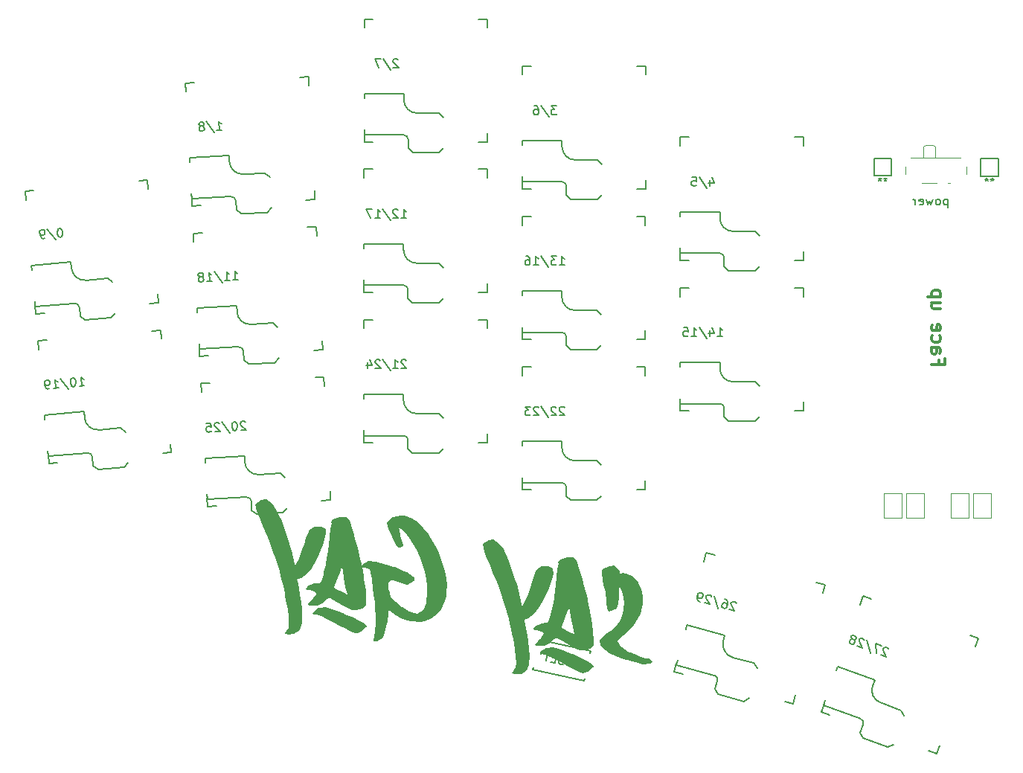
<source format=gbr>
%TF.GenerationSoftware,KiCad,Pcbnew,8.0.3*%
%TF.CreationDate,2024-06-27T17:01:22-04:00*%
%TF.ProjectId,reversiblepurringcat,72657665-7273-4696-926c-657075727269,rev?*%
%TF.SameCoordinates,Original*%
%TF.FileFunction,Legend,Bot*%
%TF.FilePolarity,Positive*%
%FSLAX46Y46*%
G04 Gerber Fmt 4.6, Leading zero omitted, Abs format (unit mm)*
G04 Created by KiCad (PCBNEW 8.0.3) date 2024-06-27 17:01:22*
%MOMM*%
%LPD*%
G01*
G04 APERTURE LIST*
%ADD10C,0.150000*%
%ADD11C,0.300000*%
%ADD12C,0.120000*%
G04 APERTURE END LIST*
D10*
G36*
X204964456Y-93403705D02*
G01*
X204351812Y-93232436D01*
X203461396Y-92968500D01*
X203069214Y-92835152D01*
X202224248Y-92543124D01*
X201428677Y-92160796D01*
X201327644Y-92103968D01*
X200632049Y-91574616D01*
X200397456Y-91277762D01*
X200286602Y-90767154D01*
X200805615Y-90157426D01*
X201202423Y-89927915D01*
X201861788Y-89454800D01*
X202379050Y-88874088D01*
X202567037Y-88568865D01*
X202673721Y-88394228D01*
X202939007Y-87668157D01*
X203032141Y-87222333D01*
X203089675Y-86460460D01*
X203015017Y-85876336D01*
X202822386Y-85145980D01*
X202636913Y-84678738D01*
X202577942Y-84582776D01*
X202551965Y-84578195D01*
X202552936Y-85154991D01*
X202496252Y-85929020D01*
X202408222Y-86558016D01*
X202229012Y-87143963D01*
X201458789Y-87435970D01*
X201334379Y-87432634D01*
X201127160Y-87139405D01*
X201094168Y-86393048D01*
X201088848Y-86343976D01*
X201062323Y-86064007D01*
X200973636Y-85303319D01*
X200894195Y-84840189D01*
X200865019Y-84727160D01*
X200679835Y-83994199D01*
X200634544Y-83856926D01*
X200535117Y-83103915D01*
X200544365Y-82773339D01*
X200625072Y-82594121D01*
X201385298Y-82259334D01*
X201991099Y-82239763D01*
X202090680Y-82257322D01*
X202580334Y-82904504D01*
X202597718Y-83027515D01*
X202685847Y-83110018D01*
X202763267Y-83101348D01*
X202840687Y-83092678D01*
X203349403Y-83119136D01*
X204160650Y-83499169D01*
X204705492Y-84156991D01*
X204740718Y-84216379D01*
X205060193Y-84921323D01*
X205084769Y-85024797D01*
X205103749Y-85069065D01*
X205220051Y-85815588D01*
X205204566Y-86597354D01*
X205151638Y-86974791D01*
X204955306Y-87687218D01*
X204663226Y-88276291D01*
X204226256Y-88967531D01*
X203701962Y-89563611D01*
X203066882Y-90123672D01*
X202997662Y-90177501D01*
X202585132Y-90491658D01*
X202372399Y-90837324D01*
X202816137Y-91510793D01*
X202833968Y-91536258D01*
X203554720Y-91994052D01*
X203738267Y-92078886D01*
X203834030Y-92118093D01*
X204662392Y-92478584D01*
X205002928Y-92603213D01*
X205582085Y-92787178D01*
X205935962Y-92830975D01*
X206054009Y-92870391D01*
X206338012Y-93158558D01*
X206331014Y-93198246D01*
X206065796Y-93385851D01*
X205186210Y-93438088D01*
X204964456Y-93403705D01*
G37*
G36*
X195127632Y-91542721D02*
G01*
X195179587Y-91551883D01*
X195275350Y-91591089D01*
X195445352Y-91639666D01*
X196299131Y-91928422D01*
X197108069Y-92261940D01*
X197244726Y-92321520D01*
X198148495Y-92715249D01*
X198944813Y-93091550D01*
X199387196Y-93361484D01*
X199635043Y-93702798D01*
X199591764Y-93821653D01*
X198962984Y-94336466D01*
X198663431Y-94428036D01*
X198379853Y-94441276D01*
X197922561Y-94275079D01*
X197138027Y-93896620D01*
X196749828Y-93685118D01*
X195933036Y-93247806D01*
X195123079Y-92828048D01*
X194469942Y-92513040D01*
X194207993Y-92403608D01*
X194020160Y-92329567D01*
X193839466Y-92316306D01*
X193658649Y-92329065D01*
X193566703Y-92268211D01*
X193533710Y-92176829D01*
X193581317Y-92058739D01*
X194199476Y-91591112D01*
X195067686Y-91532898D01*
X195127632Y-91542721D01*
G37*
G36*
X197305451Y-81242429D02*
G01*
X197729661Y-81596241D01*
X197904452Y-82199966D01*
X198130026Y-82946873D01*
X198204607Y-83257335D01*
X198352890Y-83707579D01*
X198490235Y-84245179D01*
X198638412Y-84847932D01*
X198840502Y-85577460D01*
X198942914Y-86032552D01*
X199006232Y-86255766D01*
X199138570Y-86996921D01*
X199221456Y-87339081D01*
X199340987Y-87977704D01*
X199366876Y-88261281D01*
X199558331Y-89656618D01*
X199584750Y-90089095D01*
X199617655Y-90459473D01*
X199628202Y-91222781D01*
X199619687Y-91334069D01*
X199196978Y-91705953D01*
X198827833Y-91748748D01*
X198456019Y-91831993D01*
X198091839Y-91871943D01*
X197847722Y-91787977D01*
X197611751Y-91683126D01*
X197169091Y-91433946D01*
X196408441Y-90988664D01*
X196191189Y-90878339D01*
X195512559Y-90524308D01*
X195372987Y-90455055D01*
X195177537Y-90550798D01*
X194581628Y-91103145D01*
X194069553Y-91315232D01*
X193215000Y-91376600D01*
X193141397Y-91363622D01*
X192938525Y-91197645D01*
X193033758Y-91087951D01*
X193603704Y-90519690D01*
X193876083Y-90083226D01*
X193960484Y-89908380D01*
X193706169Y-89755653D01*
X193683373Y-89733033D01*
X193248877Y-89589456D01*
X192968480Y-89584657D01*
X192865082Y-89588746D01*
X192768789Y-89400639D01*
X192862669Y-89274983D01*
X195938201Y-89274983D01*
X196162721Y-89444777D01*
X196962097Y-89819488D01*
X197317623Y-90009273D01*
X197365761Y-90040082D01*
X197417203Y-90026832D01*
X197446998Y-90009765D01*
X197346340Y-89567918D01*
X197151128Y-88785813D01*
X197008774Y-87997072D01*
X196952190Y-87448610D01*
X196859166Y-86963467D01*
X196836475Y-86788339D01*
X196810392Y-86936266D01*
X196682607Y-87382474D01*
X196532662Y-87802454D01*
X196238621Y-88583923D01*
X196202341Y-88663089D01*
X195978811Y-89196580D01*
X195938201Y-89274983D01*
X192862669Y-89274983D01*
X192938243Y-89173828D01*
X193686683Y-88800052D01*
X194264279Y-88767776D01*
X194484558Y-88657811D01*
X194733642Y-87827493D01*
X194792171Y-87495559D01*
X194996386Y-86764633D01*
X195045054Y-86517105D01*
X195267189Y-85105411D01*
X195339290Y-84392693D01*
X195520885Y-82653917D01*
X195662772Y-81975825D01*
X195615147Y-81967427D01*
X195685021Y-81723057D01*
X195817047Y-81556608D01*
X196616538Y-81246098D01*
X197253496Y-81233268D01*
X197305451Y-81242429D01*
G37*
G36*
X190704354Y-94601984D02*
G01*
X190316848Y-94470413D01*
X190331480Y-94387430D01*
X190537745Y-94230351D01*
X190784089Y-93845970D01*
X190801461Y-93317050D01*
X190763686Y-92559215D01*
X190674550Y-91789817D01*
X190553994Y-91042714D01*
X190393999Y-90226708D01*
X190367939Y-90104513D01*
X190330598Y-89885880D01*
X190179895Y-89142507D01*
X189979488Y-88278182D01*
X189757978Y-87442750D01*
X189515617Y-86634785D01*
X189252656Y-85852860D01*
X189113529Y-85471217D01*
X188848235Y-84739238D01*
X188546981Y-83941091D01*
X188254002Y-83200512D01*
X187928468Y-82421182D01*
X187769133Y-82057147D01*
X187450307Y-81320134D01*
X187166668Y-80574922D01*
X187009860Y-79837615D01*
X187013455Y-79810849D01*
X187020453Y-79771161D01*
X187684535Y-79288499D01*
X188165777Y-79225361D01*
X188217732Y-79234522D01*
X188923471Y-79713308D01*
X189366949Y-80377458D01*
X189635996Y-80913142D01*
X189984338Y-81714236D01*
X190268820Y-82442880D01*
X190534349Y-83195651D01*
X190780931Y-83970916D01*
X190880811Y-84309653D01*
X191088974Y-85054046D01*
X191295096Y-85855886D01*
X191449114Y-86598055D01*
X191482198Y-86848678D01*
X191871674Y-86187808D01*
X192174897Y-85502331D01*
X192432179Y-84733824D01*
X192531495Y-84366343D01*
X192762345Y-83624550D01*
X193040439Y-82913574D01*
X193166035Y-82666512D01*
X193740279Y-82321347D01*
X194507233Y-82326376D01*
X194997519Y-82583954D01*
X195056931Y-83107812D01*
X194874757Y-83841130D01*
X194662249Y-84485361D01*
X194522483Y-84847614D01*
X194156674Y-85648521D01*
X193802142Y-86343344D01*
X193374451Y-87062157D01*
X192883267Y-87704249D01*
X192189809Y-88213941D01*
X191897642Y-88264910D01*
X191750454Y-88365443D01*
X191761799Y-88453007D01*
X191939961Y-89326297D01*
X192084488Y-90133407D01*
X192195728Y-90874137D01*
X192288502Y-91706398D01*
X192332858Y-92567240D01*
X192293756Y-93380607D01*
X192264859Y-93575087D01*
X192059672Y-94156453D01*
X191400374Y-94553583D01*
X190704354Y-94601984D01*
G37*
G36*
X174647725Y-90874208D02*
G01*
X174573610Y-90838819D01*
X174599057Y-90694499D01*
X174657586Y-90362565D01*
X174743831Y-89633857D01*
X174797103Y-88866307D01*
X174809387Y-88640856D01*
X174814078Y-87885019D01*
X174773754Y-87094029D01*
X174708674Y-86334360D01*
X174614812Y-85483650D01*
X174518894Y-84737744D01*
X174404373Y-83933932D01*
X174372826Y-83723950D01*
X174331775Y-83374457D01*
X174175433Y-82666100D01*
X173625559Y-82442657D01*
X173367445Y-82438067D01*
X173241870Y-82289439D01*
X173319272Y-82154280D01*
X174009336Y-81737163D01*
X174080819Y-81734258D01*
X174862936Y-81805203D01*
X175430623Y-81927623D01*
X176042119Y-82080088D01*
X176894170Y-82348937D01*
X177060101Y-82408392D01*
X177903850Y-82760469D01*
X178392003Y-82981777D01*
X179103867Y-83468196D01*
X179203737Y-83593648D01*
X179259421Y-83860157D01*
X179182531Y-84017727D01*
X178457694Y-84401295D01*
X178397675Y-84392718D01*
X177623811Y-84148380D01*
X176797992Y-83894881D01*
X176569037Y-83876831D01*
X176241562Y-84139022D01*
X176306395Y-84878639D01*
X176343174Y-85031177D01*
X176517346Y-85764999D01*
X177086757Y-86381529D01*
X177787972Y-86922290D01*
X177890724Y-86989284D01*
X178682102Y-87421850D01*
X179557542Y-87688687D01*
X180282552Y-87306923D01*
X180570148Y-86537119D01*
X180627232Y-86255312D01*
X180714193Y-85425681D01*
X180692339Y-84540275D01*
X180590969Y-83760036D01*
X180413968Y-82941429D01*
X180161308Y-82084618D01*
X179832959Y-81189768D01*
X179488325Y-80453093D01*
X179092855Y-79728021D01*
X178644490Y-79051266D01*
X178417011Y-78763804D01*
X177853006Y-78140707D01*
X177501967Y-77877026D01*
X177442378Y-77911161D01*
X177602419Y-78680623D01*
X177639241Y-78820111D01*
X177850756Y-79560517D01*
X177947030Y-79834184D01*
X177980535Y-79947976D01*
X177822532Y-80109844D01*
X177557297Y-80170961D01*
X177427922Y-80170469D01*
X177225562Y-80026903D01*
X176903301Y-79298638D01*
X176603340Y-78745338D01*
X176262898Y-78038825D01*
X176133272Y-77360397D01*
X176633073Y-76780016D01*
X176813670Y-76691695D01*
X177675574Y-76524195D01*
X178118606Y-76557215D01*
X178955581Y-76867233D01*
X179619769Y-77335292D01*
X180276016Y-77986768D01*
X180807683Y-78641131D01*
X181297034Y-79373981D01*
X181680911Y-80064451D01*
X181917767Y-80556653D01*
X182232496Y-81309120D01*
X182492434Y-82055898D01*
X182695652Y-82795912D01*
X182858480Y-83649277D01*
X182938416Y-84490263D01*
X182905827Y-85254577D01*
X182844614Y-85731137D01*
X182653017Y-86472674D01*
X182320803Y-87161365D01*
X181857133Y-87710990D01*
X181188018Y-88240761D01*
X180442918Y-88594158D01*
X179872965Y-88659464D01*
X178974206Y-88581476D01*
X178814904Y-88558463D01*
X177912923Y-88294673D01*
X177128040Y-87881767D01*
X176455151Y-87372980D01*
X176310374Y-87242609D01*
X176241560Y-87784779D01*
X176148805Y-88525986D01*
X176055706Y-89117307D01*
X175887658Y-89849740D01*
X175700485Y-90397650D01*
X175027945Y-90857436D01*
X174798748Y-90878517D01*
X174647725Y-90874208D01*
G37*
G36*
X169271377Y-86983566D02*
G01*
X169323332Y-86992727D01*
X169419095Y-87031934D01*
X169589098Y-87080511D01*
X170442877Y-87369267D01*
X171251814Y-87702785D01*
X171388471Y-87762364D01*
X172292240Y-88156093D01*
X173088558Y-88532394D01*
X173530942Y-88802328D01*
X173778788Y-89143643D01*
X173735510Y-89262497D01*
X173106729Y-89777311D01*
X172807177Y-89868880D01*
X172523598Y-89882121D01*
X172066306Y-89715924D01*
X171281773Y-89337465D01*
X170893573Y-89125963D01*
X170076781Y-88688651D01*
X169266824Y-88268893D01*
X168613687Y-87953884D01*
X168351738Y-87844453D01*
X168163905Y-87770411D01*
X167983212Y-87757151D01*
X167802394Y-87769910D01*
X167710448Y-87709055D01*
X167677455Y-87617674D01*
X167725063Y-87499583D01*
X168343221Y-87031956D01*
X169211431Y-86973743D01*
X169271377Y-86983566D01*
G37*
G36*
X171449196Y-76683274D02*
G01*
X171873407Y-77037086D01*
X172048198Y-77640811D01*
X172273772Y-78387718D01*
X172348352Y-78698179D01*
X172496636Y-79148424D01*
X172633980Y-79686024D01*
X172782158Y-80288776D01*
X172984247Y-81018304D01*
X173086659Y-81473397D01*
X173149977Y-81696611D01*
X173282315Y-82437766D01*
X173365201Y-82779926D01*
X173484732Y-83418549D01*
X173510621Y-83702126D01*
X173702077Y-85097463D01*
X173728496Y-85529940D01*
X173761400Y-85900318D01*
X173771947Y-86663626D01*
X173763432Y-86774914D01*
X173340724Y-87146798D01*
X172971578Y-87189592D01*
X172599764Y-87272838D01*
X172235585Y-87312788D01*
X171991467Y-87228821D01*
X171755496Y-87123971D01*
X171312836Y-86874790D01*
X170552187Y-86429509D01*
X170334935Y-86319183D01*
X169656304Y-85965152D01*
X169516732Y-85895900D01*
X169321283Y-85991643D01*
X168725373Y-86543990D01*
X168213298Y-86756077D01*
X167358745Y-86817445D01*
X167285142Y-86804467D01*
X167082271Y-86638489D01*
X167177504Y-86528796D01*
X167747450Y-85960535D01*
X168019829Y-85524071D01*
X168104229Y-85349225D01*
X167849915Y-85196498D01*
X167827118Y-85173877D01*
X167392623Y-85030301D01*
X167112225Y-85025501D01*
X167008827Y-85029591D01*
X166912534Y-84841484D01*
X167006414Y-84715828D01*
X170081946Y-84715828D01*
X170306466Y-84885622D01*
X171105843Y-85260333D01*
X171461368Y-85450118D01*
X171509506Y-85480927D01*
X171560949Y-85467677D01*
X171590743Y-85450609D01*
X171490085Y-85008762D01*
X171294873Y-84226657D01*
X171152519Y-83437916D01*
X171095935Y-82889455D01*
X171002911Y-82404312D01*
X170980221Y-82229184D01*
X170954137Y-82377111D01*
X170826352Y-82823319D01*
X170676407Y-83243299D01*
X170382367Y-84024768D01*
X170346086Y-84103934D01*
X170122556Y-84637424D01*
X170081946Y-84715828D01*
X167006414Y-84715828D01*
X167081989Y-84614672D01*
X167830429Y-84240897D01*
X168408025Y-84208621D01*
X168628303Y-84098655D01*
X168877387Y-83268338D01*
X168935916Y-82936403D01*
X169140131Y-82205478D01*
X169188799Y-81957950D01*
X169410934Y-80546255D01*
X169483035Y-79833537D01*
X169664631Y-78094761D01*
X169806518Y-77416670D01*
X169758892Y-77408272D01*
X169828766Y-77163902D01*
X169960792Y-76997453D01*
X170760283Y-76686943D01*
X171397241Y-76674113D01*
X171449196Y-76683274D01*
G37*
G36*
X164848099Y-90042828D02*
G01*
X164460593Y-89911258D01*
X164475225Y-89828274D01*
X164681490Y-89671196D01*
X164927835Y-89286815D01*
X164945206Y-88757895D01*
X164907431Y-88000060D01*
X164818295Y-87230661D01*
X164697739Y-86483559D01*
X164537744Y-85667552D01*
X164511684Y-85545358D01*
X164474344Y-85326725D01*
X164323640Y-84583352D01*
X164123233Y-83719026D01*
X163901723Y-82883595D01*
X163659362Y-82075630D01*
X163396401Y-81293705D01*
X163257274Y-80912062D01*
X162991980Y-80180082D01*
X162690726Y-79381936D01*
X162397747Y-78641357D01*
X162072213Y-77862027D01*
X161912879Y-77497992D01*
X161594052Y-76760978D01*
X161310414Y-76015766D01*
X161153605Y-75278460D01*
X161157200Y-75251694D01*
X161164198Y-75212006D01*
X161828280Y-74729344D01*
X162309523Y-74666206D01*
X162361478Y-74675367D01*
X163067217Y-75154153D01*
X163510694Y-75818302D01*
X163779741Y-76353986D01*
X164128083Y-77155081D01*
X164412566Y-77883724D01*
X164678094Y-78636495D01*
X164924676Y-79411760D01*
X165024556Y-79750498D01*
X165232720Y-80494890D01*
X165438841Y-81296731D01*
X165592859Y-82038900D01*
X165625943Y-82289523D01*
X166015419Y-81628653D01*
X166318643Y-80943175D01*
X166575924Y-80174669D01*
X166675240Y-79807188D01*
X166906090Y-79065395D01*
X167184184Y-78354419D01*
X167309780Y-78107356D01*
X167884024Y-77762192D01*
X168650979Y-77767221D01*
X169141264Y-78024799D01*
X169200676Y-78548657D01*
X169018502Y-79281975D01*
X168805994Y-79926206D01*
X168666228Y-80288458D01*
X168300420Y-81089366D01*
X167945888Y-81784188D01*
X167518197Y-82503001D01*
X167027013Y-83145094D01*
X166333555Y-83654786D01*
X166041388Y-83705755D01*
X165894199Y-83806287D01*
X165905545Y-83893852D01*
X166083706Y-84767141D01*
X166228233Y-85574251D01*
X166339473Y-86314981D01*
X166432247Y-87147242D01*
X166476604Y-88008084D01*
X166437502Y-88821451D01*
X166408604Y-89015931D01*
X166203417Y-89597298D01*
X165544119Y-89994428D01*
X164848099Y-90042828D01*
G37*
D11*
X238907385Y-58843571D02*
X238907385Y-59343571D01*
X238121671Y-59343571D02*
X239621671Y-59343571D01*
X239621671Y-59343571D02*
X239621671Y-58629285D01*
X238121671Y-57415000D02*
X238907385Y-57415000D01*
X238907385Y-57415000D02*
X239050242Y-57486428D01*
X239050242Y-57486428D02*
X239121671Y-57629285D01*
X239121671Y-57629285D02*
X239121671Y-57915000D01*
X239121671Y-57915000D02*
X239050242Y-58057857D01*
X238193100Y-57415000D02*
X238121671Y-57557857D01*
X238121671Y-57557857D02*
X238121671Y-57915000D01*
X238121671Y-57915000D02*
X238193100Y-58057857D01*
X238193100Y-58057857D02*
X238335957Y-58129285D01*
X238335957Y-58129285D02*
X238478814Y-58129285D01*
X238478814Y-58129285D02*
X238621671Y-58057857D01*
X238621671Y-58057857D02*
X238693100Y-57915000D01*
X238693100Y-57915000D02*
X238693100Y-57557857D01*
X238693100Y-57557857D02*
X238764528Y-57415000D01*
X238193100Y-56057857D02*
X238121671Y-56200714D01*
X238121671Y-56200714D02*
X238121671Y-56486428D01*
X238121671Y-56486428D02*
X238193100Y-56629285D01*
X238193100Y-56629285D02*
X238264528Y-56700714D01*
X238264528Y-56700714D02*
X238407385Y-56772142D01*
X238407385Y-56772142D02*
X238835957Y-56772142D01*
X238835957Y-56772142D02*
X238978814Y-56700714D01*
X238978814Y-56700714D02*
X239050242Y-56629285D01*
X239050242Y-56629285D02*
X239121671Y-56486428D01*
X239121671Y-56486428D02*
X239121671Y-56200714D01*
X239121671Y-56200714D02*
X239050242Y-56057857D01*
X238193100Y-54843571D02*
X238121671Y-54986428D01*
X238121671Y-54986428D02*
X238121671Y-55272143D01*
X238121671Y-55272143D02*
X238193100Y-55415000D01*
X238193100Y-55415000D02*
X238335957Y-55486428D01*
X238335957Y-55486428D02*
X238907385Y-55486428D01*
X238907385Y-55486428D02*
X239050242Y-55415000D01*
X239050242Y-55415000D02*
X239121671Y-55272143D01*
X239121671Y-55272143D02*
X239121671Y-54986428D01*
X239121671Y-54986428D02*
X239050242Y-54843571D01*
X239050242Y-54843571D02*
X238907385Y-54772143D01*
X238907385Y-54772143D02*
X238764528Y-54772143D01*
X238764528Y-54772143D02*
X238621671Y-55486428D01*
X239121671Y-52343572D02*
X238121671Y-52343572D01*
X239121671Y-52986429D02*
X238335957Y-52986429D01*
X238335957Y-52986429D02*
X238193100Y-52915000D01*
X238193100Y-52915000D02*
X238121671Y-52772143D01*
X238121671Y-52772143D02*
X238121671Y-52557857D01*
X238121671Y-52557857D02*
X238193100Y-52415000D01*
X238193100Y-52415000D02*
X238264528Y-52343572D01*
X239121671Y-51629286D02*
X237621671Y-51629286D01*
X239050242Y-51629286D02*
X239121671Y-51486429D01*
X239121671Y-51486429D02*
X239121671Y-51200714D01*
X239121671Y-51200714D02*
X239050242Y-51057857D01*
X239050242Y-51057857D02*
X238978814Y-50986429D01*
X238978814Y-50986429D02*
X238835957Y-50915000D01*
X238835957Y-50915000D02*
X238407385Y-50915000D01*
X238407385Y-50915000D02*
X238264528Y-50986429D01*
X238264528Y-50986429D02*
X238193100Y-51057857D01*
X238193100Y-51057857D02*
X238121671Y-51200714D01*
X238121671Y-51200714D02*
X238121671Y-51486429D01*
X238121671Y-51486429D02*
X238193100Y-51629286D01*
D10*
X197450305Y-93773252D02*
X197875360Y-93376771D01*
X198009247Y-93892058D02*
X198217159Y-92913911D01*
X198217159Y-92913911D02*
X197844531Y-92834706D01*
X197844531Y-92834706D02*
X197741474Y-92861484D01*
X197741474Y-92861484D02*
X197684995Y-92898162D01*
X197684995Y-92898162D02*
X197618615Y-92981418D01*
X197618615Y-92981418D02*
X197588913Y-93121153D01*
X197588913Y-93121153D02*
X197615691Y-93224211D01*
X197615691Y-93224211D02*
X197652369Y-93280690D01*
X197652369Y-93280690D02*
X197735625Y-93347069D01*
X197735625Y-93347069D02*
X198108253Y-93426274D01*
X197140005Y-93171784D02*
X196813956Y-93102480D01*
X196565315Y-93585141D02*
X197031099Y-93684147D01*
X197031099Y-93684147D02*
X197239011Y-92705999D01*
X197239011Y-92705999D02*
X196773226Y-92606994D01*
X196202588Y-93459358D02*
X196052952Y-93476235D01*
X196052952Y-93476235D02*
X195820059Y-93426732D01*
X195820059Y-93426732D02*
X195736803Y-93360353D01*
X195736803Y-93360353D02*
X195700125Y-93303874D01*
X195700125Y-93303874D02*
X195673348Y-93200816D01*
X195673348Y-93200816D02*
X195693149Y-93107659D01*
X195693149Y-93107659D02*
X195759528Y-93024403D01*
X195759528Y-93024403D02*
X195816007Y-92987725D01*
X195816007Y-92987725D02*
X195919065Y-92960948D01*
X195919065Y-92960948D02*
X196115279Y-92953971D01*
X196115279Y-92953971D02*
X196218337Y-92927194D01*
X196218337Y-92927194D02*
X196274816Y-92890516D01*
X196274816Y-92890516D02*
X196341195Y-92807260D01*
X196341195Y-92807260D02*
X196360997Y-92714103D01*
X196360997Y-92714103D02*
X196334219Y-92611045D01*
X196334219Y-92611045D02*
X196297541Y-92554566D01*
X196297541Y-92554566D02*
X196214285Y-92488187D01*
X196214285Y-92488187D02*
X195981393Y-92438684D01*
X195981393Y-92438684D02*
X195831757Y-92455561D01*
X195323446Y-92785662D02*
X194997396Y-92716358D01*
X194748755Y-93199019D02*
X195214539Y-93298025D01*
X195214539Y-93298025D02*
X195422451Y-92319877D01*
X195422451Y-92319877D02*
X194956667Y-92220872D01*
X194677196Y-92161468D02*
X194118254Y-92042662D01*
X194189813Y-93080213D02*
X194397725Y-92102065D01*
X159998913Y-65888179D02*
X159948867Y-65843118D01*
X159948867Y-65843118D02*
X159851267Y-65800548D01*
X159851267Y-65800548D02*
X159613498Y-65813009D01*
X159613498Y-65813009D02*
X159520883Y-65865548D01*
X159520883Y-65865548D02*
X159475821Y-65915594D01*
X159475821Y-65915594D02*
X159433252Y-66013193D01*
X159433252Y-66013193D02*
X159438236Y-66108301D01*
X159438236Y-66108301D02*
X159493267Y-66248470D01*
X159493267Y-66248470D02*
X160093818Y-66789209D01*
X160093818Y-66789209D02*
X159475619Y-66821608D01*
X158805084Y-65855377D02*
X158709976Y-65860361D01*
X158709976Y-65860361D02*
X158617361Y-65912899D01*
X158617361Y-65912899D02*
X158572299Y-65962945D01*
X158572299Y-65962945D02*
X158529730Y-66060545D01*
X158529730Y-66060545D02*
X158492145Y-66253252D01*
X158492145Y-66253252D02*
X158504606Y-66491021D01*
X158504606Y-66491021D02*
X158562128Y-66678744D01*
X158562128Y-66678744D02*
X158614666Y-66771359D01*
X158614666Y-66771359D02*
X158664712Y-66816421D01*
X158664712Y-66816421D02*
X158762312Y-66858990D01*
X158762312Y-66858990D02*
X158857420Y-66854006D01*
X158857420Y-66854006D02*
X158950035Y-66801468D01*
X158950035Y-66801468D02*
X158995097Y-66751422D01*
X158995097Y-66751422D02*
X159037666Y-66653822D01*
X159037666Y-66653822D02*
X159075251Y-66461115D01*
X159075251Y-66461115D02*
X159062790Y-66223346D01*
X159062790Y-66223346D02*
X159005268Y-66035623D01*
X159005268Y-66035623D02*
X158952730Y-65943008D01*
X158952730Y-65943008D02*
X158902684Y-65897946D01*
X158902684Y-65897946D02*
X158805084Y-65855377D01*
X157328424Y-65885081D02*
X158251681Y-67124174D01*
X157050578Y-66042695D02*
X157000532Y-65997634D01*
X157000532Y-65997634D02*
X156902932Y-65955064D01*
X156902932Y-65955064D02*
X156665163Y-65967525D01*
X156665163Y-65967525D02*
X156572548Y-66020063D01*
X156572548Y-66020063D02*
X156527486Y-66070109D01*
X156527486Y-66070109D02*
X156484917Y-66167709D01*
X156484917Y-66167709D02*
X156489901Y-66262817D01*
X156489901Y-66262817D02*
X156544932Y-66402986D01*
X156544932Y-66402986D02*
X157145483Y-66943725D01*
X157145483Y-66943725D02*
X156527284Y-66976123D01*
X155571426Y-66024845D02*
X156046964Y-65999924D01*
X156046964Y-65999924D02*
X156119440Y-66472969D01*
X156119440Y-66472969D02*
X156069394Y-66427908D01*
X156069394Y-66427908D02*
X155971794Y-66385338D01*
X155971794Y-66385338D02*
X155734025Y-66397799D01*
X155734025Y-66397799D02*
X155641410Y-66450337D01*
X155641410Y-66450337D02*
X155596348Y-66500383D01*
X155596348Y-66500383D02*
X155553779Y-66597983D01*
X155553779Y-66597983D02*
X155566240Y-66835752D01*
X155566240Y-66835752D02*
X155618778Y-66928367D01*
X155618778Y-66928367D02*
X155668824Y-66973429D01*
X155668824Y-66973429D02*
X155766424Y-67015998D01*
X155766424Y-67015998D02*
X156004192Y-67003537D01*
X156004192Y-67003537D02*
X156096808Y-66950999D01*
X156096808Y-66950999D02*
X156141869Y-66900953D01*
X215864398Y-86508744D02*
X215830726Y-86450422D01*
X215830726Y-86450422D02*
X215751058Y-86379777D01*
X215751058Y-86379777D02*
X215521076Y-86318153D01*
X215521076Y-86318153D02*
X215416758Y-86339500D01*
X215416758Y-86339500D02*
X215358437Y-86373172D01*
X215358437Y-86373172D02*
X215287791Y-86452840D01*
X215287791Y-86452840D02*
X215263141Y-86544833D01*
X215263141Y-86544833D02*
X215272164Y-86695147D01*
X215272164Y-86695147D02*
X215676225Y-87395001D01*
X215676225Y-87395001D02*
X215078271Y-87234780D01*
X214509153Y-86047009D02*
X214693139Y-86096308D01*
X214693139Y-86096308D02*
X214772807Y-86166954D01*
X214772807Y-86166954D02*
X214806479Y-86225275D01*
X214806479Y-86225275D02*
X214861498Y-86387914D01*
X214861498Y-86387914D02*
X214858195Y-86584225D01*
X214858195Y-86584225D02*
X214759598Y-86952196D01*
X214759598Y-86952196D02*
X214688952Y-87031865D01*
X214688952Y-87031865D02*
X214630631Y-87065536D01*
X214630631Y-87065536D02*
X214526313Y-87086883D01*
X214526313Y-87086883D02*
X214342327Y-87037584D01*
X214342327Y-87037584D02*
X214262659Y-86966939D01*
X214262659Y-86966939D02*
X214228987Y-86908617D01*
X214228987Y-86908617D02*
X214207640Y-86804300D01*
X214207640Y-86804300D02*
X214269264Y-86574317D01*
X214269264Y-86574317D02*
X214339910Y-86494649D01*
X214339910Y-86494649D02*
X214398231Y-86460977D01*
X214398231Y-86460977D02*
X214502548Y-86439630D01*
X214502548Y-86439630D02*
X214686534Y-86488929D01*
X214686534Y-86488929D02*
X214766203Y-86559575D01*
X214766203Y-86559575D02*
X214799874Y-86617896D01*
X214799874Y-86617896D02*
X214821221Y-86722214D01*
X213325570Y-85680570D02*
X213820739Y-87144320D01*
X213012617Y-85744611D02*
X212978945Y-85686290D01*
X212978945Y-85686290D02*
X212899277Y-85615644D01*
X212899277Y-85615644D02*
X212669294Y-85554021D01*
X212669294Y-85554021D02*
X212564977Y-85575368D01*
X212564977Y-85575368D02*
X212506656Y-85609039D01*
X212506656Y-85609039D02*
X212436010Y-85688708D01*
X212436010Y-85688708D02*
X212411360Y-85780700D01*
X212411360Y-85780700D02*
X212420383Y-85931015D01*
X212420383Y-85931015D02*
X212824444Y-86630869D01*
X212824444Y-86630869D02*
X212226490Y-86470647D01*
X211766525Y-86347400D02*
X211582539Y-86298101D01*
X211582539Y-86298101D02*
X211502871Y-86227456D01*
X211502871Y-86227456D02*
X211469199Y-86169134D01*
X211469199Y-86169134D02*
X211414180Y-86006496D01*
X211414180Y-86006496D02*
X211417483Y-85810185D01*
X211417483Y-85810185D02*
X211516080Y-85442213D01*
X211516080Y-85442213D02*
X211586726Y-85362545D01*
X211586726Y-85362545D02*
X211645047Y-85328873D01*
X211645047Y-85328873D02*
X211749365Y-85307526D01*
X211749365Y-85307526D02*
X211933351Y-85356825D01*
X211933351Y-85356825D02*
X212013019Y-85427471D01*
X212013019Y-85427471D02*
X212046691Y-85485792D01*
X212046691Y-85485792D02*
X212068038Y-85590110D01*
X212068038Y-85590110D02*
X212006414Y-85820092D01*
X212006414Y-85820092D02*
X211935768Y-85899760D01*
X211935768Y-85899760D02*
X211877447Y-85933432D01*
X211877447Y-85933432D02*
X211773130Y-85954779D01*
X211773130Y-85954779D02*
X211589144Y-85905480D01*
X211589144Y-85905480D02*
X211509476Y-85834834D01*
X211509476Y-85834834D02*
X211475804Y-85776513D01*
X211475804Y-85776513D02*
X211454457Y-85672196D01*
X178298895Y-58881890D02*
X178251276Y-58834271D01*
X178251276Y-58834271D02*
X178156038Y-58786652D01*
X178156038Y-58786652D02*
X177917943Y-58786652D01*
X177917943Y-58786652D02*
X177822705Y-58834271D01*
X177822705Y-58834271D02*
X177775086Y-58881890D01*
X177775086Y-58881890D02*
X177727467Y-58977128D01*
X177727467Y-58977128D02*
X177727467Y-59072366D01*
X177727467Y-59072366D02*
X177775086Y-59215223D01*
X177775086Y-59215223D02*
X178346514Y-59786652D01*
X178346514Y-59786652D02*
X177727467Y-59786652D01*
X176775086Y-59786652D02*
X177346514Y-59786652D01*
X177060800Y-59786652D02*
X177060800Y-58786652D01*
X177060800Y-58786652D02*
X177156038Y-58929509D01*
X177156038Y-58929509D02*
X177251276Y-59024747D01*
X177251276Y-59024747D02*
X177346514Y-59072366D01*
X175632229Y-58739033D02*
X176489371Y-60024747D01*
X175346514Y-58881890D02*
X175298895Y-58834271D01*
X175298895Y-58834271D02*
X175203657Y-58786652D01*
X175203657Y-58786652D02*
X174965562Y-58786652D01*
X174965562Y-58786652D02*
X174870324Y-58834271D01*
X174870324Y-58834271D02*
X174822705Y-58881890D01*
X174822705Y-58881890D02*
X174775086Y-58977128D01*
X174775086Y-58977128D02*
X174775086Y-59072366D01*
X174775086Y-59072366D02*
X174822705Y-59215223D01*
X174822705Y-59215223D02*
X175394133Y-59786652D01*
X175394133Y-59786652D02*
X174775086Y-59786652D01*
X173917943Y-59119985D02*
X173917943Y-59786652D01*
X174156038Y-58739033D02*
X174394133Y-59453318D01*
X174394133Y-59453318D02*
X173775086Y-59453318D01*
X196307495Y-64241290D02*
X196259876Y-64193671D01*
X196259876Y-64193671D02*
X196164638Y-64146052D01*
X196164638Y-64146052D02*
X195926543Y-64146052D01*
X195926543Y-64146052D02*
X195831305Y-64193671D01*
X195831305Y-64193671D02*
X195783686Y-64241290D01*
X195783686Y-64241290D02*
X195736067Y-64336528D01*
X195736067Y-64336528D02*
X195736067Y-64431766D01*
X195736067Y-64431766D02*
X195783686Y-64574623D01*
X195783686Y-64574623D02*
X196355114Y-65146052D01*
X196355114Y-65146052D02*
X195736067Y-65146052D01*
X195355114Y-64241290D02*
X195307495Y-64193671D01*
X195307495Y-64193671D02*
X195212257Y-64146052D01*
X195212257Y-64146052D02*
X194974162Y-64146052D01*
X194974162Y-64146052D02*
X194878924Y-64193671D01*
X194878924Y-64193671D02*
X194831305Y-64241290D01*
X194831305Y-64241290D02*
X194783686Y-64336528D01*
X194783686Y-64336528D02*
X194783686Y-64431766D01*
X194783686Y-64431766D02*
X194831305Y-64574623D01*
X194831305Y-64574623D02*
X195402733Y-65146052D01*
X195402733Y-65146052D02*
X194783686Y-65146052D01*
X193640829Y-64098433D02*
X194497971Y-65384147D01*
X193355114Y-64241290D02*
X193307495Y-64193671D01*
X193307495Y-64193671D02*
X193212257Y-64146052D01*
X193212257Y-64146052D02*
X192974162Y-64146052D01*
X192974162Y-64146052D02*
X192878924Y-64193671D01*
X192878924Y-64193671D02*
X192831305Y-64241290D01*
X192831305Y-64241290D02*
X192783686Y-64336528D01*
X192783686Y-64336528D02*
X192783686Y-64431766D01*
X192783686Y-64431766D02*
X192831305Y-64574623D01*
X192831305Y-64574623D02*
X193402733Y-65146052D01*
X193402733Y-65146052D02*
X192783686Y-65146052D01*
X192450352Y-64146052D02*
X191831305Y-64146052D01*
X191831305Y-64146052D02*
X192164638Y-64527004D01*
X192164638Y-64527004D02*
X192021781Y-64527004D01*
X192021781Y-64527004D02*
X191926543Y-64574623D01*
X191926543Y-64574623D02*
X191878924Y-64622242D01*
X191878924Y-64622242D02*
X191831305Y-64717480D01*
X191831305Y-64717480D02*
X191831305Y-64955575D01*
X191831305Y-64955575D02*
X191878924Y-65050813D01*
X191878924Y-65050813D02*
X191926543Y-65098433D01*
X191926543Y-65098433D02*
X192021781Y-65146052D01*
X192021781Y-65146052D02*
X192307495Y-65146052D01*
X192307495Y-65146052D02*
X192402733Y-65098433D01*
X192402733Y-65098433D02*
X192450352Y-65050813D01*
X156757967Y-32677845D02*
X157328613Y-32647939D01*
X157043290Y-32662892D02*
X156990954Y-31664263D01*
X156990954Y-31664263D02*
X157093538Y-31801940D01*
X157093538Y-31801940D02*
X157193630Y-31892063D01*
X157193630Y-31892063D02*
X157291230Y-31934632D01*
X155561848Y-31691475D02*
X156485105Y-32930568D01*
X155111232Y-32191934D02*
X155203848Y-32139396D01*
X155203848Y-32139396D02*
X155248909Y-32089350D01*
X155248909Y-32089350D02*
X155291479Y-31991750D01*
X155291479Y-31991750D02*
X155288986Y-31944197D01*
X155288986Y-31944197D02*
X155236448Y-31851581D01*
X155236448Y-31851581D02*
X155186402Y-31806520D01*
X155186402Y-31806520D02*
X155088802Y-31763950D01*
X155088802Y-31763950D02*
X154898587Y-31773919D01*
X154898587Y-31773919D02*
X154805972Y-31826457D01*
X154805972Y-31826457D02*
X154760910Y-31876503D01*
X154760910Y-31876503D02*
X154718341Y-31974103D01*
X154718341Y-31974103D02*
X154720833Y-32021657D01*
X154720833Y-32021657D02*
X154773371Y-32114272D01*
X154773371Y-32114272D02*
X154823417Y-32159334D01*
X154823417Y-32159334D02*
X154921017Y-32201903D01*
X154921017Y-32201903D02*
X155111232Y-32191934D01*
X155111232Y-32191934D02*
X155208832Y-32234504D01*
X155208832Y-32234504D02*
X155258878Y-32279565D01*
X155258878Y-32279565D02*
X155311416Y-32372181D01*
X155311416Y-32372181D02*
X155321385Y-32562396D01*
X155321385Y-32562396D02*
X155278815Y-32659996D01*
X155278815Y-32659996D02*
X155233754Y-32710042D01*
X155233754Y-32710042D02*
X155141138Y-32762580D01*
X155141138Y-32762580D02*
X154950923Y-32772549D01*
X154950923Y-32772549D02*
X154853324Y-32729979D01*
X154853324Y-32729979D02*
X154803278Y-32684918D01*
X154803278Y-32684918D02*
X154750739Y-32592302D01*
X154750739Y-32592302D02*
X154740771Y-32402087D01*
X154740771Y-32402087D02*
X154783340Y-32304487D01*
X154783340Y-32304487D02*
X154828402Y-32254441D01*
X154828402Y-32254441D02*
X154921017Y-32201903D01*
X138912141Y-43826091D02*
X138817265Y-43834392D01*
X138817265Y-43834392D02*
X138726540Y-43890130D01*
X138726540Y-43890130D02*
X138683252Y-43941718D01*
X138683252Y-43941718D02*
X138644115Y-44040744D01*
X138644115Y-44040744D02*
X138613278Y-44234646D01*
X138613278Y-44234646D02*
X138634030Y-44471835D01*
X138634030Y-44471835D02*
X138698069Y-44657436D01*
X138698069Y-44657436D02*
X138753807Y-44748162D01*
X138753807Y-44748162D02*
X138805395Y-44791449D01*
X138805395Y-44791449D02*
X138904421Y-44830586D01*
X138904421Y-44830586D02*
X138999297Y-44822286D01*
X138999297Y-44822286D02*
X139090022Y-44766547D01*
X139090022Y-44766547D02*
X139133310Y-44714959D01*
X139133310Y-44714959D02*
X139172447Y-44615933D01*
X139172447Y-44615933D02*
X139203284Y-44422032D01*
X139203284Y-44422032D02*
X139182532Y-44184843D01*
X139182532Y-44184843D02*
X139118493Y-43999241D01*
X139118493Y-43999241D02*
X139062755Y-43908516D01*
X139062755Y-43908516D02*
X139011167Y-43865228D01*
X139011167Y-43865228D02*
X138912141Y-43826091D01*
X137437417Y-43907312D02*
X138403356Y-45113429D01*
X137149221Y-44984147D02*
X136959469Y-45000748D01*
X136959469Y-45000748D02*
X136860443Y-44961610D01*
X136860443Y-44961610D02*
X136808855Y-44918323D01*
X136808855Y-44918323D02*
X136701529Y-44784310D01*
X136701529Y-44784310D02*
X136637490Y-44598709D01*
X136637490Y-44598709D02*
X136604288Y-44219206D01*
X136604288Y-44219206D02*
X136643425Y-44120180D01*
X136643425Y-44120180D02*
X136686713Y-44068592D01*
X136686713Y-44068592D02*
X136777438Y-44012853D01*
X136777438Y-44012853D02*
X136967189Y-43996252D01*
X136967189Y-43996252D02*
X137066215Y-44035390D01*
X137066215Y-44035390D02*
X137117803Y-44078677D01*
X137117803Y-44078677D02*
X137173542Y-44169403D01*
X137173542Y-44169403D02*
X137194293Y-44406592D01*
X137194293Y-44406592D02*
X137155156Y-44505618D01*
X137155156Y-44505618D02*
X137111868Y-44557206D01*
X137111868Y-44557206D02*
X137021143Y-44612944D01*
X137021143Y-44612944D02*
X136831392Y-44629545D01*
X136831392Y-44629545D02*
X136732366Y-44590408D01*
X136732366Y-44590408D02*
X136680777Y-44547121D01*
X136680777Y-44547121D02*
X136625039Y-44456395D01*
X141105847Y-61797484D02*
X141675101Y-61747681D01*
X141390474Y-61772583D02*
X141303318Y-60776388D01*
X141303318Y-60776388D02*
X141410644Y-60910401D01*
X141410644Y-60910401D02*
X141513821Y-60996976D01*
X141513821Y-60996976D02*
X141612847Y-61036113D01*
X140401999Y-60855243D02*
X140307123Y-60863544D01*
X140307123Y-60863544D02*
X140216398Y-60919282D01*
X140216398Y-60919282D02*
X140173110Y-60970870D01*
X140173110Y-60970870D02*
X140133973Y-61069896D01*
X140133973Y-61069896D02*
X140103136Y-61263798D01*
X140103136Y-61263798D02*
X140123888Y-61500987D01*
X140123888Y-61500987D02*
X140187927Y-61686588D01*
X140187927Y-61686588D02*
X140243665Y-61777314D01*
X140243665Y-61777314D02*
X140295253Y-61820601D01*
X140295253Y-61820601D02*
X140394279Y-61859738D01*
X140394279Y-61859738D02*
X140489155Y-61851438D01*
X140489155Y-61851438D02*
X140579880Y-61795699D01*
X140579880Y-61795699D02*
X140623168Y-61744111D01*
X140623168Y-61744111D02*
X140662305Y-61645085D01*
X140662305Y-61645085D02*
X140693142Y-61451184D01*
X140693142Y-61451184D02*
X140672390Y-61213995D01*
X140672390Y-61213995D02*
X140608351Y-61028393D01*
X140608351Y-61028393D02*
X140552613Y-60937668D01*
X140552613Y-60937668D02*
X140501025Y-60894380D01*
X140501025Y-60894380D02*
X140401999Y-60855243D01*
X138927275Y-60936464D02*
X139893214Y-62142581D01*
X138164700Y-62054801D02*
X138733954Y-62004998D01*
X138449327Y-62029900D02*
X138362172Y-61033705D01*
X138362172Y-61033705D02*
X138469498Y-61167718D01*
X138469498Y-61167718D02*
X138572674Y-61254293D01*
X138572674Y-61254293D02*
X138671700Y-61293430D01*
X137690322Y-62096304D02*
X137500571Y-62112905D01*
X137500571Y-62112905D02*
X137401545Y-62073768D01*
X137401545Y-62073768D02*
X137349956Y-62030480D01*
X137349956Y-62030480D02*
X137242630Y-61896467D01*
X137242630Y-61896467D02*
X137178591Y-61710866D01*
X137178591Y-61710866D02*
X137145389Y-61331363D01*
X137145389Y-61331363D02*
X137184526Y-61232337D01*
X137184526Y-61232337D02*
X137227814Y-61180749D01*
X137227814Y-61180749D02*
X137318539Y-61125011D01*
X137318539Y-61125011D02*
X137508290Y-61108410D01*
X137508290Y-61108410D02*
X137607316Y-61147547D01*
X137607316Y-61147547D02*
X137658905Y-61190835D01*
X137658905Y-61190835D02*
X137714643Y-61281560D01*
X137714643Y-61281560D02*
X137735394Y-61518749D01*
X137735394Y-61518749D02*
X137696257Y-61617775D01*
X137696257Y-61617775D02*
X137652969Y-61669363D01*
X137652969Y-61669363D02*
X137562244Y-61725102D01*
X137562244Y-61725102D02*
X137372493Y-61741703D01*
X137372493Y-61741703D02*
X137273467Y-61702566D01*
X137273467Y-61702566D02*
X137221879Y-61659278D01*
X137221879Y-61659278D02*
X137166140Y-61568553D01*
X195736067Y-48026452D02*
X196307495Y-48026452D01*
X196021781Y-48026452D02*
X196021781Y-47026452D01*
X196021781Y-47026452D02*
X196117019Y-47169309D01*
X196117019Y-47169309D02*
X196212257Y-47264547D01*
X196212257Y-47264547D02*
X196307495Y-47312166D01*
X195402733Y-47026452D02*
X194783686Y-47026452D01*
X194783686Y-47026452D02*
X195117019Y-47407404D01*
X195117019Y-47407404D02*
X194974162Y-47407404D01*
X194974162Y-47407404D02*
X194878924Y-47455023D01*
X194878924Y-47455023D02*
X194831305Y-47502642D01*
X194831305Y-47502642D02*
X194783686Y-47597880D01*
X194783686Y-47597880D02*
X194783686Y-47835975D01*
X194783686Y-47835975D02*
X194831305Y-47931213D01*
X194831305Y-47931213D02*
X194878924Y-47978833D01*
X194878924Y-47978833D02*
X194974162Y-48026452D01*
X194974162Y-48026452D02*
X195259876Y-48026452D01*
X195259876Y-48026452D02*
X195355114Y-47978833D01*
X195355114Y-47978833D02*
X195402733Y-47931213D01*
X193640829Y-46978833D02*
X194497971Y-48264547D01*
X192783686Y-48026452D02*
X193355114Y-48026452D01*
X193069400Y-48026452D02*
X193069400Y-47026452D01*
X193069400Y-47026452D02*
X193164638Y-47169309D01*
X193164638Y-47169309D02*
X193259876Y-47264547D01*
X193259876Y-47264547D02*
X193355114Y-47312166D01*
X191926543Y-47026452D02*
X192117019Y-47026452D01*
X192117019Y-47026452D02*
X192212257Y-47074071D01*
X192212257Y-47074071D02*
X192259876Y-47121690D01*
X192259876Y-47121690D02*
X192355114Y-47264547D01*
X192355114Y-47264547D02*
X192402733Y-47455023D01*
X192402733Y-47455023D02*
X192402733Y-47835975D01*
X192402733Y-47835975D02*
X192355114Y-47931213D01*
X192355114Y-47931213D02*
X192307495Y-47978833D01*
X192307495Y-47978833D02*
X192212257Y-48026452D01*
X192212257Y-48026452D02*
X192021781Y-48026452D01*
X192021781Y-48026452D02*
X191926543Y-47978833D01*
X191926543Y-47978833D02*
X191878924Y-47931213D01*
X191878924Y-47931213D02*
X191831305Y-47835975D01*
X191831305Y-47835975D02*
X191831305Y-47597880D01*
X191831305Y-47597880D02*
X191878924Y-47502642D01*
X191878924Y-47502642D02*
X191926543Y-47455023D01*
X191926543Y-47455023D02*
X192021781Y-47407404D01*
X192021781Y-47407404D02*
X192212257Y-47407404D01*
X192212257Y-47407404D02*
X192307495Y-47455023D01*
X192307495Y-47455023D02*
X192355114Y-47502642D01*
X192355114Y-47502642D02*
X192402733Y-47597880D01*
X177727467Y-42667052D02*
X178298895Y-42667052D01*
X178013181Y-42667052D02*
X178013181Y-41667052D01*
X178013181Y-41667052D02*
X178108419Y-41809909D01*
X178108419Y-41809909D02*
X178203657Y-41905147D01*
X178203657Y-41905147D02*
X178298895Y-41952766D01*
X177346514Y-41762290D02*
X177298895Y-41714671D01*
X177298895Y-41714671D02*
X177203657Y-41667052D01*
X177203657Y-41667052D02*
X176965562Y-41667052D01*
X176965562Y-41667052D02*
X176870324Y-41714671D01*
X176870324Y-41714671D02*
X176822705Y-41762290D01*
X176822705Y-41762290D02*
X176775086Y-41857528D01*
X176775086Y-41857528D02*
X176775086Y-41952766D01*
X176775086Y-41952766D02*
X176822705Y-42095623D01*
X176822705Y-42095623D02*
X177394133Y-42667052D01*
X177394133Y-42667052D02*
X176775086Y-42667052D01*
X175632229Y-41619433D02*
X176489371Y-42905147D01*
X174775086Y-42667052D02*
X175346514Y-42667052D01*
X175060800Y-42667052D02*
X175060800Y-41667052D01*
X175060800Y-41667052D02*
X175156038Y-41809909D01*
X175156038Y-41809909D02*
X175251276Y-41905147D01*
X175251276Y-41905147D02*
X175346514Y-41952766D01*
X174441752Y-41667052D02*
X173775086Y-41667052D01*
X173775086Y-41667052D02*
X174203657Y-42667052D01*
X195428133Y-29906852D02*
X194809086Y-29906852D01*
X194809086Y-29906852D02*
X195142419Y-30287804D01*
X195142419Y-30287804D02*
X194999562Y-30287804D01*
X194999562Y-30287804D02*
X194904324Y-30335423D01*
X194904324Y-30335423D02*
X194856705Y-30383042D01*
X194856705Y-30383042D02*
X194809086Y-30478280D01*
X194809086Y-30478280D02*
X194809086Y-30716375D01*
X194809086Y-30716375D02*
X194856705Y-30811613D01*
X194856705Y-30811613D02*
X194904324Y-30859233D01*
X194904324Y-30859233D02*
X194999562Y-30906852D01*
X194999562Y-30906852D02*
X195285276Y-30906852D01*
X195285276Y-30906852D02*
X195380514Y-30859233D01*
X195380514Y-30859233D02*
X195428133Y-30811613D01*
X193666229Y-29859233D02*
X194523371Y-31144947D01*
X192904324Y-29906852D02*
X193094800Y-29906852D01*
X193094800Y-29906852D02*
X193190038Y-29954471D01*
X193190038Y-29954471D02*
X193237657Y-30002090D01*
X193237657Y-30002090D02*
X193332895Y-30144947D01*
X193332895Y-30144947D02*
X193380514Y-30335423D01*
X193380514Y-30335423D02*
X193380514Y-30716375D01*
X193380514Y-30716375D02*
X193332895Y-30811613D01*
X193332895Y-30811613D02*
X193285276Y-30859233D01*
X193285276Y-30859233D02*
X193190038Y-30906852D01*
X193190038Y-30906852D02*
X192999562Y-30906852D01*
X192999562Y-30906852D02*
X192904324Y-30859233D01*
X192904324Y-30859233D02*
X192856705Y-30811613D01*
X192856705Y-30811613D02*
X192809086Y-30716375D01*
X192809086Y-30716375D02*
X192809086Y-30478280D01*
X192809086Y-30478280D02*
X192856705Y-30383042D01*
X192856705Y-30383042D02*
X192904324Y-30335423D01*
X192904324Y-30335423D02*
X192999562Y-30287804D01*
X192999562Y-30287804D02*
X193190038Y-30287804D01*
X193190038Y-30287804D02*
X193285276Y-30335423D01*
X193285276Y-30335423D02*
X193332895Y-30383042D01*
X193332895Y-30383042D02*
X193380514Y-30478280D01*
X177371914Y-24668090D02*
X177324295Y-24620471D01*
X177324295Y-24620471D02*
X177229057Y-24572852D01*
X177229057Y-24572852D02*
X176990962Y-24572852D01*
X176990962Y-24572852D02*
X176895724Y-24620471D01*
X176895724Y-24620471D02*
X176848105Y-24668090D01*
X176848105Y-24668090D02*
X176800486Y-24763328D01*
X176800486Y-24763328D02*
X176800486Y-24858566D01*
X176800486Y-24858566D02*
X176848105Y-25001423D01*
X176848105Y-25001423D02*
X177419533Y-25572852D01*
X177419533Y-25572852D02*
X176800486Y-25572852D01*
X175657629Y-24525233D02*
X176514771Y-25810947D01*
X175419533Y-24572852D02*
X174752867Y-24572852D01*
X174752867Y-24572852D02*
X175181438Y-25572852D01*
X158579649Y-49725470D02*
X159150294Y-49695563D01*
X158864972Y-49710517D02*
X158812636Y-48711887D01*
X158812636Y-48711887D02*
X158915220Y-48849564D01*
X158915220Y-48849564D02*
X159015312Y-48939687D01*
X159015312Y-48939687D02*
X159112912Y-48982257D01*
X157628573Y-49775313D02*
X158199219Y-49745407D01*
X157913896Y-49760360D02*
X157861560Y-48761731D01*
X157861560Y-48761731D02*
X157964144Y-48899408D01*
X157964144Y-48899408D02*
X158064236Y-48989531D01*
X158064236Y-48989531D02*
X158161836Y-49032100D01*
X156432454Y-48788943D02*
X157355711Y-50028036D01*
X155631314Y-49879985D02*
X156201960Y-49850079D01*
X155916637Y-49865032D02*
X155864301Y-48866403D01*
X155864301Y-48866403D02*
X155966885Y-49004080D01*
X155966885Y-49004080D02*
X156066977Y-49094203D01*
X156066977Y-49094203D02*
X156164577Y-49136772D01*
X155030762Y-49339246D02*
X155123378Y-49286708D01*
X155123378Y-49286708D02*
X155168439Y-49236662D01*
X155168439Y-49236662D02*
X155211009Y-49139062D01*
X155211009Y-49139062D02*
X155208517Y-49091508D01*
X155208517Y-49091508D02*
X155155978Y-48998893D01*
X155155978Y-48998893D02*
X155105932Y-48953831D01*
X155105932Y-48953831D02*
X155008333Y-48911262D01*
X155008333Y-48911262D02*
X154818118Y-48921231D01*
X154818118Y-48921231D02*
X154725502Y-48973769D01*
X154725502Y-48973769D02*
X154680441Y-49023815D01*
X154680441Y-49023815D02*
X154637871Y-49121415D01*
X154637871Y-49121415D02*
X154640363Y-49168969D01*
X154640363Y-49168969D02*
X154692902Y-49261584D01*
X154692902Y-49261584D02*
X154742947Y-49306646D01*
X154742947Y-49306646D02*
X154840547Y-49349215D01*
X154840547Y-49349215D02*
X155030762Y-49339246D01*
X155030762Y-49339246D02*
X155128362Y-49381816D01*
X155128362Y-49381816D02*
X155178408Y-49426877D01*
X155178408Y-49426877D02*
X155230946Y-49519493D01*
X155230946Y-49519493D02*
X155240915Y-49709708D01*
X155240915Y-49709708D02*
X155198346Y-49807307D01*
X155198346Y-49807307D02*
X155153284Y-49857353D01*
X155153284Y-49857353D02*
X155060669Y-49909892D01*
X155060669Y-49909892D02*
X154870454Y-49919860D01*
X154870454Y-49919860D02*
X154772854Y-49877291D01*
X154772854Y-49877291D02*
X154722808Y-49832229D01*
X154722808Y-49832229D02*
X154670270Y-49739614D01*
X154670270Y-49739614D02*
X154660301Y-49549399D01*
X154660301Y-49549399D02*
X154702870Y-49451799D01*
X154702870Y-49451799D02*
X154747932Y-49401753D01*
X154747932Y-49401753D02*
X154840547Y-49349215D01*
X213721666Y-56149819D02*
X214293094Y-56149819D01*
X214007380Y-56149819D02*
X214007380Y-55149819D01*
X214007380Y-55149819D02*
X214102618Y-55292676D01*
X214102618Y-55292676D02*
X214197856Y-55387914D01*
X214197856Y-55387914D02*
X214293094Y-55435533D01*
X212864523Y-55483152D02*
X212864523Y-56149819D01*
X213102618Y-55102200D02*
X213340713Y-55816485D01*
X213340713Y-55816485D02*
X212721666Y-55816485D01*
X211626428Y-55102200D02*
X212483570Y-56387914D01*
X210769285Y-56149819D02*
X211340713Y-56149819D01*
X211054999Y-56149819D02*
X211054999Y-55149819D01*
X211054999Y-55149819D02*
X211150237Y-55292676D01*
X211150237Y-55292676D02*
X211245475Y-55387914D01*
X211245475Y-55387914D02*
X211340713Y-55435533D01*
X209864523Y-55149819D02*
X210340713Y-55149819D01*
X210340713Y-55149819D02*
X210388332Y-55626009D01*
X210388332Y-55626009D02*
X210340713Y-55578390D01*
X210340713Y-55578390D02*
X210245475Y-55530771D01*
X210245475Y-55530771D02*
X210007380Y-55530771D01*
X210007380Y-55530771D02*
X209912142Y-55578390D01*
X209912142Y-55578390D02*
X209864523Y-55626009D01*
X209864523Y-55626009D02*
X209816904Y-55721247D01*
X209816904Y-55721247D02*
X209816904Y-55959342D01*
X209816904Y-55959342D02*
X209864523Y-56054580D01*
X209864523Y-56054580D02*
X209912142Y-56102200D01*
X209912142Y-56102200D02*
X210007380Y-56149819D01*
X210007380Y-56149819D02*
X210245475Y-56149819D01*
X210245475Y-56149819D02*
X210340713Y-56102200D01*
X210340713Y-56102200D02*
X210388332Y-56054580D01*
X233212664Y-91718525D02*
X233184204Y-91657491D01*
X233184204Y-91657491D02*
X233110996Y-91580170D01*
X233110996Y-91580170D02*
X232887259Y-91498737D01*
X232887259Y-91498737D02*
X232781478Y-91510911D01*
X232781478Y-91510911D02*
X232720444Y-91539372D01*
X232720444Y-91539372D02*
X232643124Y-91612579D01*
X232643124Y-91612579D02*
X232610550Y-91702074D01*
X232610550Y-91702074D02*
X232606438Y-91852602D01*
X232606438Y-91852602D02*
X232947965Y-92585010D01*
X232947965Y-92585010D02*
X232366250Y-92373283D01*
X232395039Y-91319584D02*
X231768578Y-91091570D01*
X231768578Y-91091570D02*
X231829283Y-92177843D01*
X230755677Y-90672229D02*
X231121388Y-92173566D01*
X230438334Y-90708751D02*
X230409873Y-90647717D01*
X230409873Y-90647717D02*
X230336665Y-90570397D01*
X230336665Y-90570397D02*
X230112929Y-90488963D01*
X230112929Y-90488963D02*
X230007148Y-90501137D01*
X230007148Y-90501137D02*
X229946114Y-90529598D01*
X229946114Y-90529598D02*
X229868793Y-90602806D01*
X229868793Y-90602806D02*
X229836220Y-90692300D01*
X229836220Y-90692300D02*
X229832107Y-90842829D01*
X229832107Y-90842829D02*
X230173634Y-91575236D01*
X230173634Y-91575236D02*
X229591920Y-91363509D01*
X229250392Y-90631102D02*
X229356174Y-90618928D01*
X229356174Y-90618928D02*
X229417208Y-90590467D01*
X229417208Y-90590467D02*
X229494528Y-90517260D01*
X229494528Y-90517260D02*
X229510815Y-90472512D01*
X229510815Y-90472512D02*
X229498641Y-90366731D01*
X229498641Y-90366731D02*
X229470180Y-90305697D01*
X229470180Y-90305697D02*
X229396972Y-90228377D01*
X229396972Y-90228377D02*
X229217983Y-90163230D01*
X229217983Y-90163230D02*
X229112202Y-90175404D01*
X229112202Y-90175404D02*
X229051168Y-90203864D01*
X229051168Y-90203864D02*
X228973848Y-90277072D01*
X228973848Y-90277072D02*
X228957561Y-90321819D01*
X228957561Y-90321819D02*
X228969735Y-90427601D01*
X228969735Y-90427601D02*
X228998195Y-90488635D01*
X228998195Y-90488635D02*
X229071403Y-90565955D01*
X229071403Y-90565955D02*
X229250392Y-90631102D01*
X229250392Y-90631102D02*
X229323600Y-90708423D01*
X229323600Y-90708423D02*
X229352061Y-90769457D01*
X229352061Y-90769457D02*
X229364235Y-90875238D01*
X229364235Y-90875238D02*
X229299088Y-91054227D01*
X229299088Y-91054227D02*
X229221767Y-91127435D01*
X229221767Y-91127435D02*
X229160734Y-91155895D01*
X229160734Y-91155895D02*
X229054952Y-91168069D01*
X229054952Y-91168069D02*
X228875963Y-91102922D01*
X228875963Y-91102922D02*
X228802755Y-91025602D01*
X228802755Y-91025602D02*
X228774295Y-90964568D01*
X228774295Y-90964568D02*
X228762121Y-90858787D01*
X228762121Y-90858787D02*
X228827268Y-90679798D01*
X228827268Y-90679798D02*
X228904588Y-90606590D01*
X228904588Y-90606590D02*
X228965622Y-90578129D01*
X228965622Y-90578129D02*
X229071403Y-90565955D01*
X212864523Y-38363552D02*
X212864523Y-39030219D01*
X213102618Y-37982600D02*
X213340713Y-38696885D01*
X213340713Y-38696885D02*
X212721666Y-38696885D01*
X211626428Y-37982600D02*
X212483570Y-39268314D01*
X210816904Y-38030219D02*
X211293094Y-38030219D01*
X211293094Y-38030219D02*
X211340713Y-38506409D01*
X211340713Y-38506409D02*
X211293094Y-38458790D01*
X211293094Y-38458790D02*
X211197856Y-38411171D01*
X211197856Y-38411171D02*
X210959761Y-38411171D01*
X210959761Y-38411171D02*
X210864523Y-38458790D01*
X210864523Y-38458790D02*
X210816904Y-38506409D01*
X210816904Y-38506409D02*
X210769285Y-38601647D01*
X210769285Y-38601647D02*
X210769285Y-38839742D01*
X210769285Y-38839742D02*
X210816904Y-38934980D01*
X210816904Y-38934980D02*
X210864523Y-38982600D01*
X210864523Y-38982600D02*
X210959761Y-39030219D01*
X210959761Y-39030219D02*
X211197856Y-39030219D01*
X211197856Y-39030219D02*
X211293094Y-38982600D01*
X211293094Y-38982600D02*
X211340713Y-38934980D01*
X232840677Y-38072488D02*
X232840677Y-38266012D01*
X233034201Y-38188603D02*
X232840677Y-38266012D01*
X232840677Y-38266012D02*
X232647154Y-38188603D01*
X232956792Y-38420831D02*
X232840677Y-38266012D01*
X232840677Y-38266012D02*
X232724563Y-38420831D01*
X232221401Y-38072488D02*
X232221401Y-38266012D01*
X232414925Y-38188603D02*
X232221401Y-38266012D01*
X232221401Y-38266012D02*
X232027878Y-38188603D01*
X232337516Y-38420831D02*
X232221401Y-38266012D01*
X232221401Y-38266012D02*
X232105287Y-38420831D01*
X244981877Y-38123288D02*
X244981877Y-38316812D01*
X245175401Y-38239403D02*
X244981877Y-38316812D01*
X244981877Y-38316812D02*
X244788354Y-38239403D01*
X245097992Y-38471631D02*
X244981877Y-38316812D01*
X244981877Y-38316812D02*
X244865763Y-38471631D01*
X244362601Y-38123288D02*
X244362601Y-38316812D01*
X244556125Y-38239403D02*
X244362601Y-38316812D01*
X244362601Y-38316812D02*
X244169078Y-38239403D01*
X244478716Y-38471631D02*
X244362601Y-38316812D01*
X244362601Y-38316812D02*
X244246487Y-38471631D01*
X239928571Y-40513152D02*
X239928571Y-41513152D01*
X239928571Y-40560771D02*
X239833333Y-40513152D01*
X239833333Y-40513152D02*
X239642857Y-40513152D01*
X239642857Y-40513152D02*
X239547619Y-40560771D01*
X239547619Y-40560771D02*
X239500000Y-40608390D01*
X239500000Y-40608390D02*
X239452381Y-40703628D01*
X239452381Y-40703628D02*
X239452381Y-40989342D01*
X239452381Y-40989342D02*
X239500000Y-41084580D01*
X239500000Y-41084580D02*
X239547619Y-41132200D01*
X239547619Y-41132200D02*
X239642857Y-41179819D01*
X239642857Y-41179819D02*
X239833333Y-41179819D01*
X239833333Y-41179819D02*
X239928571Y-41132200D01*
X238880952Y-41179819D02*
X238976190Y-41132200D01*
X238976190Y-41132200D02*
X239023809Y-41084580D01*
X239023809Y-41084580D02*
X239071428Y-40989342D01*
X239071428Y-40989342D02*
X239071428Y-40703628D01*
X239071428Y-40703628D02*
X239023809Y-40608390D01*
X239023809Y-40608390D02*
X238976190Y-40560771D01*
X238976190Y-40560771D02*
X238880952Y-40513152D01*
X238880952Y-40513152D02*
X238738095Y-40513152D01*
X238738095Y-40513152D02*
X238642857Y-40560771D01*
X238642857Y-40560771D02*
X238595238Y-40608390D01*
X238595238Y-40608390D02*
X238547619Y-40703628D01*
X238547619Y-40703628D02*
X238547619Y-40989342D01*
X238547619Y-40989342D02*
X238595238Y-41084580D01*
X238595238Y-41084580D02*
X238642857Y-41132200D01*
X238642857Y-41132200D02*
X238738095Y-41179819D01*
X238738095Y-41179819D02*
X238880952Y-41179819D01*
X238214285Y-40513152D02*
X238023809Y-41179819D01*
X238023809Y-41179819D02*
X237833333Y-40703628D01*
X237833333Y-40703628D02*
X237642857Y-41179819D01*
X237642857Y-41179819D02*
X237452381Y-40513152D01*
X236690476Y-41132200D02*
X236785714Y-41179819D01*
X236785714Y-41179819D02*
X236976190Y-41179819D01*
X236976190Y-41179819D02*
X237071428Y-41132200D01*
X237071428Y-41132200D02*
X237119047Y-41036961D01*
X237119047Y-41036961D02*
X237119047Y-40656009D01*
X237119047Y-40656009D02*
X237071428Y-40560771D01*
X237071428Y-40560771D02*
X236976190Y-40513152D01*
X236976190Y-40513152D02*
X236785714Y-40513152D01*
X236785714Y-40513152D02*
X236690476Y-40560771D01*
X236690476Y-40560771D02*
X236642857Y-40656009D01*
X236642857Y-40656009D02*
X236642857Y-40751247D01*
X236642857Y-40751247D02*
X237119047Y-40846485D01*
X236214285Y-41179819D02*
X236214285Y-40513152D01*
X236214285Y-40703628D02*
X236166666Y-40608390D01*
X236166666Y-40608390D02*
X236119047Y-40560771D01*
X236119047Y-40560771D02*
X236023809Y-40513152D01*
X236023809Y-40513152D02*
X235928571Y-40513152D01*
%TO.C,RSW0*%
X198622575Y-95090956D02*
X198570597Y-95335493D01*
X198570597Y-95335493D02*
X192701712Y-94088023D01*
X192701712Y-94088023D02*
X192753690Y-93843486D01*
X193377425Y-90909044D02*
X193429403Y-90664507D01*
X193429403Y-90664507D02*
X199298288Y-91911977D01*
X199298288Y-91911977D02*
X199246310Y-92156514D01*
%TO.C,20/25*%
X154969284Y-61500340D02*
X155967913Y-61448004D01*
X155021620Y-62498969D02*
X154969284Y-61500340D01*
X155414139Y-69988691D02*
X155440307Y-70488006D01*
X155628717Y-74083072D02*
X155660118Y-74682250D01*
X155660118Y-74682250D02*
X160153951Y-74446738D01*
X155701987Y-75481153D02*
X155649651Y-74482524D01*
X156700616Y-75428817D02*
X155701987Y-75481153D01*
X159907972Y-69753179D02*
X155414139Y-69988691D01*
X159944607Y-70452220D02*
X159907972Y-69753179D01*
X160679434Y-74919885D02*
X160731770Y-75918514D01*
X161257253Y-76391661D02*
X160731770Y-75918514D01*
X164017629Y-71740820D02*
X161521056Y-71871660D01*
X164253141Y-76234653D02*
X161257253Y-76391661D01*
X164543112Y-72213967D02*
X164017629Y-71740820D01*
X164726288Y-75709171D02*
X164253141Y-76234653D01*
X167951468Y-60819973D02*
X168950097Y-60767637D01*
X168950097Y-60767637D02*
X169002433Y-61766266D01*
X169630464Y-73749821D02*
X169682800Y-74748450D01*
X169682800Y-74748450D02*
X168684171Y-74800786D01*
X160153951Y-74446738D02*
G75*
G02*
X160679434Y-74919885I26167J-499316D01*
G01*
X161521056Y-71871660D02*
G75*
G02*
X159944608Y-70452220I-78503J1497945D01*
G01*
%TO.C,26/29*%
X212436854Y-80781419D02*
X213402779Y-81040238D01*
X212178034Y-81747345D02*
X212436854Y-80781419D01*
X210236892Y-88991788D02*
X210107482Y-89474751D01*
X209175734Y-92952084D02*
X209020442Y-93531640D01*
X209020442Y-93531640D02*
X213367108Y-94696326D01*
X208813387Y-94304380D02*
X209072206Y-93338455D01*
X209779313Y-94563200D02*
X208813387Y-94304380D01*
X214583558Y-90156474D02*
X210236892Y-88991788D01*
X214402385Y-90832622D02*
X214583558Y-90156474D01*
X213720662Y-95308698D02*
X213461843Y-96274624D01*
X213815396Y-96886996D02*
X213461843Y-96274624D01*
X217877859Y-93316787D02*
X215463045Y-92669740D01*
X216713174Y-97663453D02*
X213815396Y-96886996D01*
X218231413Y-93929160D02*
X217877859Y-93316787D01*
X217325546Y-97309900D02*
X216713174Y-97663453D01*
X224993889Y-84146066D02*
X225959815Y-84404886D01*
X225959815Y-84404886D02*
X225700996Y-85370811D01*
X222595168Y-96961921D02*
X222336348Y-97927847D01*
X222336348Y-97927847D02*
X221370423Y-97669028D01*
X213367108Y-94696326D02*
G75*
G02*
X213720661Y-95308698I-129410J-482963D01*
G01*
X215463045Y-92669740D02*
G75*
G02*
X214402384Y-90832622I388229J1448890D01*
G01*
%TO.C,21/24*%
X173505801Y-54236833D02*
X174505801Y-54236833D01*
X173505801Y-55236833D02*
X173505801Y-54236833D01*
X173505801Y-62736833D02*
X173505801Y-63236833D01*
X173505801Y-66836833D02*
X173505801Y-67436833D01*
X173505801Y-67436833D02*
X178005801Y-67436833D01*
X173505801Y-68236833D02*
X173505801Y-67236833D01*
X174505801Y-68236833D02*
X173505801Y-68236833D01*
X178005801Y-62736833D02*
X173505801Y-62736833D01*
X178005801Y-63436833D02*
X178005801Y-62736833D01*
X178505801Y-67936833D02*
X178505801Y-68936833D01*
X179005801Y-69436833D02*
X178505801Y-68936833D01*
X182005801Y-64936833D02*
X179505801Y-64936833D01*
X182005801Y-69436833D02*
X179005801Y-69436833D01*
X182505801Y-65436833D02*
X182005801Y-64936833D01*
X182505801Y-68936833D02*
X182005801Y-69436833D01*
X186505801Y-54236833D02*
X187505801Y-54236833D01*
X187505801Y-54236833D02*
X187505801Y-55236833D01*
X187505801Y-67236833D02*
X187505801Y-68236833D01*
X187505801Y-68236833D02*
X186505801Y-68236833D01*
X178005801Y-67436833D02*
G75*
G02*
X178505801Y-67936833I-1J-500001D01*
G01*
X179505801Y-64936833D02*
G75*
G02*
X178005801Y-63436833I1J1500001D01*
G01*
%TO.C,22/23*%
X191514401Y-59596233D02*
X192514401Y-59596233D01*
X191514401Y-60596233D02*
X191514401Y-59596233D01*
X191514401Y-68096233D02*
X191514401Y-68596233D01*
X191514401Y-72196233D02*
X191514401Y-72796233D01*
X191514401Y-72796233D02*
X196014401Y-72796233D01*
X191514401Y-73596233D02*
X191514401Y-72596233D01*
X192514401Y-73596233D02*
X191514401Y-73596233D01*
X196014401Y-68096233D02*
X191514401Y-68096233D01*
X196014401Y-68796233D02*
X196014401Y-68096233D01*
X196514401Y-73296233D02*
X196514401Y-74296233D01*
X197014401Y-74796233D02*
X196514401Y-74296233D01*
X200014401Y-70296233D02*
X197514401Y-70296233D01*
X200014401Y-74796233D02*
X197014401Y-74796233D01*
X200514401Y-70796233D02*
X200014401Y-70296233D01*
X200514401Y-74296233D02*
X200014401Y-74796233D01*
X204514401Y-59596233D02*
X205514401Y-59596233D01*
X205514401Y-59596233D02*
X205514401Y-60596233D01*
X205514401Y-72596233D02*
X205514401Y-73596233D01*
X205514401Y-73596233D02*
X204514401Y-73596233D01*
X196014401Y-72796233D02*
G75*
G02*
X196514401Y-73296233I-1J-500001D01*
G01*
X197514401Y-70296233D02*
G75*
G02*
X196014401Y-68796233I1J1500001D01*
G01*
%TO.C,1/8*%
X153202708Y-27306734D02*
X154201337Y-27254398D01*
X153255044Y-28305363D02*
X153202708Y-27306734D01*
X153647563Y-35795085D02*
X153673731Y-36294400D01*
X153862141Y-39889466D02*
X153893542Y-40488644D01*
X153893542Y-40488644D02*
X158387375Y-40253132D01*
X153935411Y-41287547D02*
X153883075Y-40288918D01*
X154934040Y-41235211D02*
X153935411Y-41287547D01*
X158141396Y-35559573D02*
X153647563Y-35795085D01*
X158178031Y-36258614D02*
X158141396Y-35559573D01*
X158912858Y-40726279D02*
X158965194Y-41724908D01*
X159490677Y-42198055D02*
X158965194Y-41724908D01*
X162251053Y-37547214D02*
X159754480Y-37678054D01*
X162486565Y-42041047D02*
X159490677Y-42198055D01*
X162776536Y-38020361D02*
X162251053Y-37547214D01*
X162959712Y-41515565D02*
X162486565Y-42041047D01*
X166184892Y-26626367D02*
X167183521Y-26574031D01*
X167183521Y-26574031D02*
X167235857Y-27572660D01*
X167863888Y-39556215D02*
X167916224Y-40554844D01*
X167916224Y-40554844D02*
X166917595Y-40607180D01*
X158387375Y-40253132D02*
G75*
G02*
X158912858Y-40726279I26167J-499316D01*
G01*
X159754480Y-37678054D02*
G75*
G02*
X158178032Y-36258614I-78503J1497945D01*
G01*
%TO.C,0/9*%
X134926689Y-39607575D02*
X135922884Y-39520420D01*
X135013845Y-40603770D02*
X134926689Y-39607575D01*
X135667513Y-48075230D02*
X135711091Y-48573328D01*
X136024851Y-52159629D02*
X136077145Y-52757345D01*
X136077145Y-52757345D02*
X140560021Y-52365144D01*
X136146869Y-53554301D02*
X136059714Y-52558106D01*
X137143064Y-53467145D02*
X136146869Y-53554301D01*
X140150389Y-47683029D02*
X135667513Y-48075230D01*
X140211398Y-48380366D02*
X140150389Y-47683029D01*
X141101696Y-52819664D02*
X141188852Y-53815859D01*
X141730527Y-54270378D02*
X141188852Y-53815859D01*
X144326910Y-49526035D02*
X141836424Y-49743924D01*
X144719111Y-54008911D02*
X141730527Y-54270378D01*
X144868586Y-49980554D02*
X144326910Y-49526035D01*
X145173631Y-53467236D02*
X144719111Y-54008911D01*
X147877220Y-38474551D02*
X148873415Y-38387395D01*
X148873415Y-38387395D02*
X148960570Y-39383590D01*
X150006439Y-51337926D02*
X150093595Y-52334121D01*
X150093595Y-52334121D02*
X149097400Y-52421276D01*
X140560021Y-52365144D02*
G75*
G02*
X141101697Y-52819664I43577J-498099D01*
G01*
X141836424Y-49743924D02*
G75*
G02*
X140211398Y-48380366I-130733J1494293D01*
G01*
%TO.C,10/19*%
X136416547Y-56636727D02*
X137412742Y-56549572D01*
X136503703Y-57632922D02*
X136416547Y-56636727D01*
X137157371Y-65104382D02*
X137200949Y-65602480D01*
X137514709Y-69188781D02*
X137567003Y-69786497D01*
X137567003Y-69786497D02*
X142049879Y-69394296D01*
X137636727Y-70583453D02*
X137549572Y-69587258D01*
X138632922Y-70496297D02*
X137636727Y-70583453D01*
X141640247Y-64712181D02*
X137157371Y-65104382D01*
X141701256Y-65409518D02*
X141640247Y-64712181D01*
X142591554Y-69848816D02*
X142678710Y-70845011D01*
X143220385Y-71299530D02*
X142678710Y-70845011D01*
X145816768Y-66555187D02*
X143326282Y-66773076D01*
X146208969Y-71038063D02*
X143220385Y-71299530D01*
X146358444Y-67009706D02*
X145816768Y-66555187D01*
X146663489Y-70496388D02*
X146208969Y-71038063D01*
X149367078Y-55503703D02*
X150363273Y-55416547D01*
X150363273Y-55416547D02*
X150450428Y-56412742D01*
X151496297Y-68367078D02*
X151583453Y-69363273D01*
X151583453Y-69363273D02*
X150587258Y-69450428D01*
X142049879Y-69394296D02*
G75*
G02*
X142591555Y-69848816I43577J-498099D01*
G01*
X143326282Y-66773076D02*
G75*
G02*
X141701256Y-65409518I-130733J1494293D01*
G01*
%TO.C,13/16*%
X191514401Y-42476633D02*
X192514401Y-42476633D01*
X191514401Y-43476633D02*
X191514401Y-42476633D01*
X191514401Y-50976633D02*
X191514401Y-51476633D01*
X191514401Y-55076633D02*
X191514401Y-55676633D01*
X191514401Y-55676633D02*
X196014401Y-55676633D01*
X191514401Y-56476633D02*
X191514401Y-55476633D01*
X192514401Y-56476633D02*
X191514401Y-56476633D01*
X196014401Y-50976633D02*
X191514401Y-50976633D01*
X196014401Y-51676633D02*
X196014401Y-50976633D01*
X196514401Y-56176633D02*
X196514401Y-57176633D01*
X197014401Y-57676633D02*
X196514401Y-57176633D01*
X200014401Y-53176633D02*
X197514401Y-53176633D01*
X200014401Y-57676633D02*
X197014401Y-57676633D01*
X200514401Y-53676633D02*
X200014401Y-53176633D01*
X200514401Y-57176633D02*
X200014401Y-57676633D01*
X204514401Y-42476633D02*
X205514401Y-42476633D01*
X205514401Y-42476633D02*
X205514401Y-43476633D01*
X205514401Y-55476633D02*
X205514401Y-56476633D01*
X205514401Y-56476633D02*
X204514401Y-56476633D01*
X196014401Y-55676633D02*
G75*
G02*
X196514401Y-56176633I-1J-500001D01*
G01*
X197514401Y-53176633D02*
G75*
G02*
X196014401Y-51676633I1J1500001D01*
G01*
%TO.C,12/17*%
X173505801Y-37117233D02*
X174505801Y-37117233D01*
X173505801Y-38117233D02*
X173505801Y-37117233D01*
X173505801Y-45617233D02*
X173505801Y-46117233D01*
X173505801Y-49717233D02*
X173505801Y-50317233D01*
X173505801Y-50317233D02*
X178005801Y-50317233D01*
X173505801Y-51117233D02*
X173505801Y-50117233D01*
X174505801Y-51117233D02*
X173505801Y-51117233D01*
X178005801Y-45617233D02*
X173505801Y-45617233D01*
X178005801Y-46317233D02*
X178005801Y-45617233D01*
X178505801Y-50817233D02*
X178505801Y-51817233D01*
X179005801Y-52317233D02*
X178505801Y-51817233D01*
X182005801Y-47817233D02*
X179505801Y-47817233D01*
X182005801Y-52317233D02*
X179005801Y-52317233D01*
X182505801Y-48317233D02*
X182005801Y-47817233D01*
X182505801Y-51817233D02*
X182005801Y-52317233D01*
X186505801Y-37117233D02*
X187505801Y-37117233D01*
X187505801Y-37117233D02*
X187505801Y-38117233D01*
X187505801Y-50117233D02*
X187505801Y-51117233D01*
X187505801Y-51117233D02*
X186505801Y-51117233D01*
X178005801Y-50317233D02*
G75*
G02*
X178505801Y-50817233I-1J-500001D01*
G01*
X179505801Y-47817233D02*
G75*
G02*
X178005801Y-46317233I1J1500001D01*
G01*
%TO.C,3/6*%
X191539801Y-25357033D02*
X192539801Y-25357033D01*
X191539801Y-26357033D02*
X191539801Y-25357033D01*
X191539801Y-33857033D02*
X191539801Y-34357033D01*
X191539801Y-37957033D02*
X191539801Y-38557033D01*
X191539801Y-38557033D02*
X196039801Y-38557033D01*
X191539801Y-39357033D02*
X191539801Y-38357033D01*
X192539801Y-39357033D02*
X191539801Y-39357033D01*
X196039801Y-33857033D02*
X191539801Y-33857033D01*
X196039801Y-34557033D02*
X196039801Y-33857033D01*
X196539801Y-39057033D02*
X196539801Y-40057033D01*
X197039801Y-40557033D02*
X196539801Y-40057033D01*
X200039801Y-36057033D02*
X197539801Y-36057033D01*
X200039801Y-40557033D02*
X197039801Y-40557033D01*
X200539801Y-36557033D02*
X200039801Y-36057033D01*
X200539801Y-40057033D02*
X200039801Y-40557033D01*
X204539801Y-25357033D02*
X205539801Y-25357033D01*
X205539801Y-25357033D02*
X205539801Y-26357033D01*
X205539801Y-38357033D02*
X205539801Y-39357033D01*
X205539801Y-39357033D02*
X204539801Y-39357033D01*
X196039801Y-38557033D02*
G75*
G02*
X196539801Y-39057033I-1J-500001D01*
G01*
X197539801Y-36057033D02*
G75*
G02*
X196039801Y-34557033I1J1500001D01*
G01*
%TO.C,2/7*%
X173531201Y-20023033D02*
X174531201Y-20023033D01*
X173531201Y-21023033D02*
X173531201Y-20023033D01*
X173531201Y-28523033D02*
X173531201Y-29023033D01*
X173531201Y-32623033D02*
X173531201Y-33223033D01*
X173531201Y-33223033D02*
X178031201Y-33223033D01*
X173531201Y-34023033D02*
X173531201Y-33023033D01*
X174531201Y-34023033D02*
X173531201Y-34023033D01*
X178031201Y-28523033D02*
X173531201Y-28523033D01*
X178031201Y-29223033D02*
X178031201Y-28523033D01*
X178531201Y-33723033D02*
X178531201Y-34723033D01*
X179031201Y-35223033D02*
X178531201Y-34723033D01*
X182031201Y-30723033D02*
X179531201Y-30723033D01*
X182031201Y-35223033D02*
X179031201Y-35223033D01*
X182531201Y-31223033D02*
X182031201Y-30723033D01*
X182531201Y-34723033D02*
X182031201Y-35223033D01*
X186531201Y-20023033D02*
X187531201Y-20023033D01*
X187531201Y-20023033D02*
X187531201Y-21023033D01*
X187531201Y-33023033D02*
X187531201Y-34023033D01*
X187531201Y-34023033D02*
X186531201Y-34023033D01*
X178031201Y-33223033D02*
G75*
G02*
X178531201Y-33723033I-1J-500001D01*
G01*
X179531201Y-30723033D02*
G75*
G02*
X178031201Y-29223033I1J1500001D01*
G01*
%TO.C,11/18*%
X154073314Y-44404202D02*
X155071943Y-44351866D01*
X154125650Y-45402831D02*
X154073314Y-44404202D01*
X154518169Y-52892553D02*
X154544337Y-53391868D01*
X154732747Y-56986934D02*
X154764148Y-57586112D01*
X154764148Y-57586112D02*
X159257981Y-57350600D01*
X154806017Y-58385015D02*
X154753681Y-57386386D01*
X155804646Y-58332679D02*
X154806017Y-58385015D01*
X159012002Y-52657041D02*
X154518169Y-52892553D01*
X159048637Y-53356082D02*
X159012002Y-52657041D01*
X159783464Y-57823747D02*
X159835800Y-58822376D01*
X160361283Y-59295523D02*
X159835800Y-58822376D01*
X163121659Y-54644682D02*
X160625086Y-54775522D01*
X163357171Y-59138515D02*
X160361283Y-59295523D01*
X163647142Y-55117829D02*
X163121659Y-54644682D01*
X163830318Y-58613033D02*
X163357171Y-59138515D01*
X167055498Y-43723835D02*
X168054127Y-43671499D01*
X168054127Y-43671499D02*
X168106463Y-44670128D01*
X168734494Y-56653683D02*
X168786830Y-57652312D01*
X168786830Y-57652312D02*
X167788201Y-57704648D01*
X159257981Y-57350600D02*
G75*
G02*
X159783464Y-57823747I26167J-499316D01*
G01*
X160625086Y-54775522D02*
G75*
G02*
X159048638Y-53356082I-78503J1497945D01*
G01*
%TO.C,14/15*%
X209500000Y-50600000D02*
X210500000Y-50600000D01*
X209500000Y-51600000D02*
X209500000Y-50600000D01*
X209500000Y-59100000D02*
X209500000Y-59600000D01*
X209500000Y-63200000D02*
X209500000Y-63800000D01*
X209500000Y-63800000D02*
X214000000Y-63800000D01*
X209500000Y-64600000D02*
X209500000Y-63600000D01*
X210500000Y-64600000D02*
X209500000Y-64600000D01*
X214000000Y-59100000D02*
X209500000Y-59100000D01*
X214000000Y-59800000D02*
X214000000Y-59100000D01*
X214500000Y-64300000D02*
X214500000Y-65300000D01*
X215000000Y-65800000D02*
X214500000Y-65300000D01*
X218000000Y-61300000D02*
X215500000Y-61300000D01*
X218000000Y-65800000D02*
X215000000Y-65800000D01*
X218500000Y-61800000D02*
X218000000Y-61300000D01*
X218500000Y-65300000D02*
X218000000Y-65800000D01*
X222500000Y-50600000D02*
X223500000Y-50600000D01*
X223500000Y-50600000D02*
X223500000Y-51600000D01*
X223500000Y-63600000D02*
X223500000Y-64600000D01*
X223500000Y-64600000D02*
X222500000Y-64600000D01*
X214000000Y-63800000D02*
G75*
G02*
X214500000Y-64300000I-1J-500001D01*
G01*
X215500000Y-61300000D02*
G75*
G02*
X214000000Y-59800000I1J1500001D01*
G01*
%TO.C,27/28*%
X230297332Y-85714265D02*
X231237024Y-86056285D01*
X229955312Y-86653957D02*
X230297332Y-85714265D01*
X227390160Y-93701652D02*
X227219150Y-94171498D01*
X225987878Y-97554392D02*
X225782666Y-98118207D01*
X225782666Y-98118207D02*
X230011283Y-99657298D01*
X225509050Y-98869961D02*
X225851070Y-97930269D01*
X226448742Y-99211981D02*
X225509050Y-98869961D01*
X231618777Y-95240743D02*
X227390160Y-93701652D01*
X231379363Y-95898527D02*
X231618777Y-95240743D01*
X230310119Y-100298154D02*
X229968099Y-101237847D01*
X230266935Y-101878703D02*
X229968099Y-101237847D01*
X234625103Y-98676147D02*
X232275872Y-97821097D01*
X233086013Y-102904764D02*
X230266935Y-101878703D01*
X234923940Y-99317003D02*
X234625103Y-98676147D01*
X233726869Y-102605927D02*
X233086013Y-102904764D01*
X242513336Y-90160527D02*
X243453028Y-90502547D01*
X243453028Y-90502547D02*
X243111008Y-91442239D01*
X239006766Y-102718551D02*
X238664746Y-103658243D01*
X238664746Y-103658243D02*
X237725054Y-103316223D01*
X230011283Y-99657298D02*
G75*
G02*
X230310119Y-100298154I-171012J-469847D01*
G01*
X232275872Y-97821097D02*
G75*
G02*
X231379363Y-95898527I513031J1409540D01*
G01*
%TO.C,4/5*%
X209500000Y-33480400D02*
X210500000Y-33480400D01*
X209500000Y-34480400D02*
X209500000Y-33480400D01*
X209500000Y-41980400D02*
X209500000Y-42480400D01*
X209500000Y-46080400D02*
X209500000Y-46680400D01*
X209500000Y-46680400D02*
X214000000Y-46680400D01*
X209500000Y-47480400D02*
X209500000Y-46480400D01*
X210500000Y-47480400D02*
X209500000Y-47480400D01*
X214000000Y-41980400D02*
X209500000Y-41980400D01*
X214000000Y-42680400D02*
X214000000Y-41980400D01*
X214500000Y-47180400D02*
X214500000Y-48180400D01*
X215000000Y-48680400D02*
X214500000Y-48180400D01*
X218000000Y-44180400D02*
X215500000Y-44180400D01*
X218000000Y-48680400D02*
X215000000Y-48680400D01*
X218500000Y-44680400D02*
X218000000Y-44180400D01*
X218500000Y-48180400D02*
X218000000Y-48680400D01*
X222500000Y-33480400D02*
X223500000Y-33480400D01*
X223500000Y-33480400D02*
X223500000Y-34480400D01*
X223500000Y-46480400D02*
X223500000Y-47480400D01*
X223500000Y-47480400D02*
X222500000Y-47480400D01*
X214000000Y-46680400D02*
G75*
G02*
X214500000Y-47180400I-1J-500001D01*
G01*
X215500000Y-44180400D02*
G75*
G02*
X214000000Y-42680400I1J1500001D01*
G01*
%TO.C,Bat+0*%
X231531040Y-35866072D02*
X233531040Y-35866072D01*
X231531040Y-37866072D02*
X231531040Y-35866072D01*
X233531040Y-35866072D02*
X233531040Y-37866072D01*
X233531040Y-37866072D02*
X231531040Y-37866072D01*
%TO.C,Bat-0*%
X243672240Y-35916872D02*
X245672240Y-35916872D01*
X243672240Y-37916872D02*
X243672240Y-35916872D01*
X245672240Y-35916872D02*
X245672240Y-37916872D01*
X245672240Y-37916872D02*
X243672240Y-37916872D01*
D12*
%TO.C,JP2*%
X235220000Y-74001000D02*
X237220000Y-74001000D01*
X235220000Y-76801000D02*
X235220000Y-74001000D01*
X237220000Y-74001000D02*
X237220000Y-76801000D01*
X237220000Y-76801000D02*
X235220000Y-76801000D01*
%TO.C,JP0*%
X232680000Y-74001000D02*
X234680000Y-74001000D01*
X232680000Y-76801000D02*
X232680000Y-74001000D01*
X234680000Y-74001000D02*
X234680000Y-76801000D01*
X234680000Y-76801000D02*
X232680000Y-76801000D01*
%TO.C,SW_PWR0*%
X242025000Y-37640000D02*
X242025000Y-36850000D01*
X241425000Y-35840000D02*
X235725000Y-35840000D01*
X240175000Y-38690000D02*
X239975000Y-38690000D01*
X238675000Y-38690000D02*
X236975000Y-38690000D01*
X238475000Y-35840000D02*
X238475000Y-34550000D01*
X238275000Y-34340000D02*
X238475000Y-34550000D01*
X238275000Y-34340000D02*
X237375000Y-34340000D01*
X237375000Y-34340000D02*
X237175000Y-34550000D01*
X237175000Y-34550000D02*
X237175000Y-35840000D01*
X235125000Y-36850000D02*
X235125000Y-37640000D01*
%TO.C,JP4*%
X240300000Y-74001000D02*
X242300000Y-74001000D01*
X240300000Y-76801000D02*
X240300000Y-74001000D01*
X242300000Y-74001000D02*
X242300000Y-76801000D01*
X242300000Y-76801000D02*
X240300000Y-76801000D01*
%TO.C,JP6*%
X242840000Y-74001000D02*
X244840000Y-74001000D01*
X242840000Y-76801000D02*
X242840000Y-74001000D01*
X244840000Y-74001000D02*
X244840000Y-76801000D01*
X244840000Y-76801000D02*
X242840000Y-76801000D01*
%TD*%
M02*

</source>
